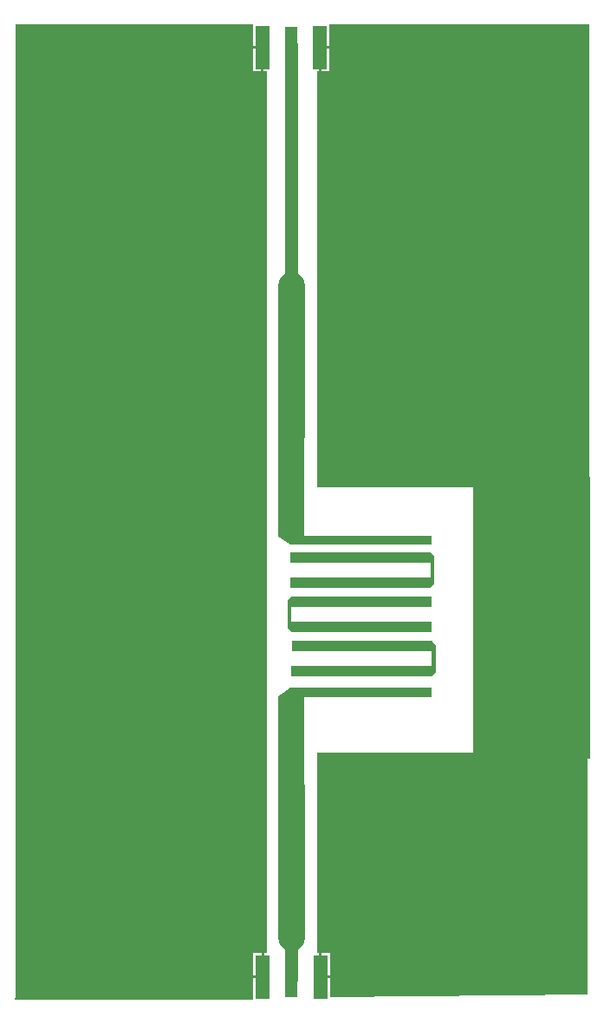
<source format=gbr>
G04*
G04 #@! TF.GenerationSoftware,Altium Limited,Altium Designer,24.1.0 (36)*
G04*
G04 Layer_Physical_Order=1*
G04 Layer_Color=255*
%FSLAX44Y44*%
%MOMM*%
G71*
G04*
G04 #@! TF.SameCoordinates,274F47FB-DDFC-4333-A39E-83735039C629*
G04*
G04*
G04 #@! TF.FilePolarity,Positive*
G04*
G01*
G75*
%ADD15R,1.5240X1.5240*%
%ADD16R,1.3500X4.2000*%
%ADD17R,1.2700X3.6000*%
%ADD18C,1.2500*%
%ADD19C,2.6300*%
%ADD20R,2.6332X10.1600*%
%ADD21R,13.7160X1.0160*%
G36*
X409240Y444500D02*
X270810D01*
X258448Y453390D01*
X409240D01*
Y444500D01*
D02*
G37*
G36*
X411780Y432435D02*
Y406400D01*
X407970Y402590D01*
Y436880D01*
X411780Y432435D01*
D02*
G37*
G36*
X272080Y359410D02*
X268270Y363220D01*
Y389255D01*
X272080Y393700D01*
Y359410D01*
D02*
G37*
G36*
X413050Y346075D02*
Y320040D01*
X409240Y316230D01*
Y350520D01*
X413050Y346075D01*
D02*
G37*
G36*
X409240Y295910D02*
X258448D01*
X270810Y304800D01*
X409240D01*
Y295910D01*
D02*
G37*
G36*
X562955Y510510D02*
X563644D01*
Y235584D01*
X561340Y235558D01*
Y5290D01*
X310523Y2478D01*
X309620Y3371D01*
Y21050D01*
X300330D01*
Y22320D01*
X299060D01*
Y45860D01*
X297180D01*
Y241300D01*
X449580D01*
Y500380D01*
X297180D01*
Y906640D01*
X298760D01*
Y930180D01*
X300030D01*
Y931450D01*
X309320D01*
Y952500D01*
X562955D01*
Y510510D01*
D02*
G37*
G36*
X234240Y931450D02*
X243530D01*
Y930180D01*
X244800D01*
Y906640D01*
X248422D01*
Y45860D01*
X245100D01*
Y22320D01*
X243830D01*
Y21050D01*
X234540D01*
Y236D01*
X1809D01*
X1323Y1409D01*
X2776Y2862D01*
Y952500D01*
X234240D01*
Y931450D01*
D02*
G37*
%LPC*%
G36*
X309320Y928910D02*
X301300D01*
Y906640D01*
X309320D01*
Y928910D01*
D02*
G37*
G36*
X309620Y45860D02*
X301600D01*
Y23590D01*
X309620D01*
Y45860D01*
D02*
G37*
G36*
X242260Y928910D02*
X234240D01*
Y906640D01*
X242260D01*
Y928910D01*
D02*
G37*
G36*
X242560Y45860D02*
X234540D01*
Y23590D01*
X242560D01*
Y45860D01*
D02*
G37*
%LPD*%
D15*
X272080Y208280D02*
D03*
Y541020D02*
D03*
D16*
X243530Y930180D02*
D03*
X300030D02*
D03*
X300330Y22320D02*
D03*
X243830D02*
D03*
D17*
X271780Y932180D02*
D03*
X272080Y20320D02*
D03*
D18*
Y25400D01*
Y61341D01*
X271780Y698119D02*
Y932180D01*
D19*
Y551180D02*
Y698119D01*
X272080Y61341D02*
Y208280D01*
D20*
X271614Y504190D02*
D03*
Y245110D02*
D03*
D21*
X340660Y321310D02*
D03*
X340754Y345370D02*
D03*
X340660Y364490D02*
D03*
X340566Y388550D02*
D03*
X339390Y407670D02*
D03*
X339483Y431730D02*
D03*
M02*

</source>
